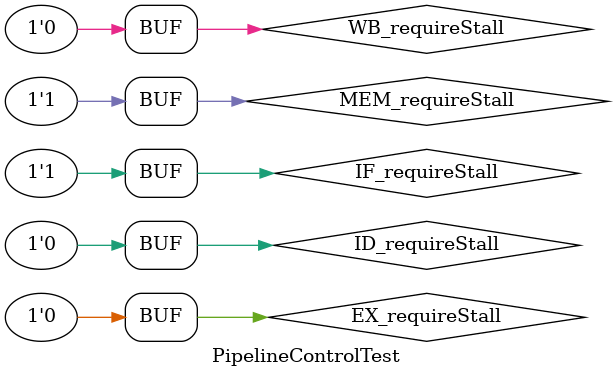
<source format=v>
`timescale 1ns/1ps

module PipelineControlTest;
    reg           IF_requireStall;
    reg           ID_requireStall;
    reg           EX_requireStall;
    reg           MEM_requireStall;
    reg           WB_requireStall;
    wire          PC_stall;
    wire          IF_ID_stall;
    wire          ID_EX_stall;
    wire          EX_MEM_stall;
    wire          MEM_WB_stall;
    wire          IF_ID_flush;
    wire          ID_EX_flush;
    wire          EX_MEM_flush;
    wire          MEM_WB_flush;

    PipelineControl U1
    (
        .IF_requireStall(IF_requireStall),
        .ID_requireStall(ID_requireStall),
        .EX_requireStall(EX_requireStall),
        .MEM_requireStall(MEM_requireStall),
        .WB_requireStall(WB_requireStall),
        .PC_stall(PC_stall),
        .IF_ID_stall(IF_ID_stall),
        .ID_EX_stall(ID_EX_stall),
        .EX_MEM_stall(EX_MEM_stall),
        .MEM_WB_stall(MEM_WB_stall),
        .IF_ID_flush(IF_ID_flush),
        .ID_EX_flush(ID_EX_flush),
        .EX_MEM_flush(EX_MEM_flush),
        .MEM_WB_flush(MEM_WB_flush)
    );

    initial
    begin
        IF_requireStall = 0;
        ID_requireStall = 0;
        EX_requireStall = 0;
        MEM_requireStall = 0;
        WB_requireStall = 0;

        #20
        IF_requireStall = 1;
        ID_requireStall = 0;
        EX_requireStall = 0;
        MEM_requireStall = 0;
        WB_requireStall = 0;

        #20
        IF_requireStall = 0;
        ID_requireStall = 1;
        EX_requireStall = 0;
        MEM_requireStall = 0;
        WB_requireStall = 0;

        #20
        IF_requireStall = 0;
        ID_requireStall = 0;
        EX_requireStall = 1;
        MEM_requireStall = 0;
        WB_requireStall = 0;

        #20
        IF_requireStall = 0;
        ID_requireStall = 0;
        EX_requireStall = 0;
        MEM_requireStall = 1;
        WB_requireStall = 0;

        #20
        IF_requireStall = 0;
        ID_requireStall = 0;
        EX_requireStall = 0;
        MEM_requireStall = 0;
        WB_requireStall = 1;

        #20
        IF_requireStall = 1;
        ID_requireStall = 0;
        EX_requireStall = 0;
        MEM_requireStall = 1;
        WB_requireStall = 0;
    end
    
endmodule

</source>
